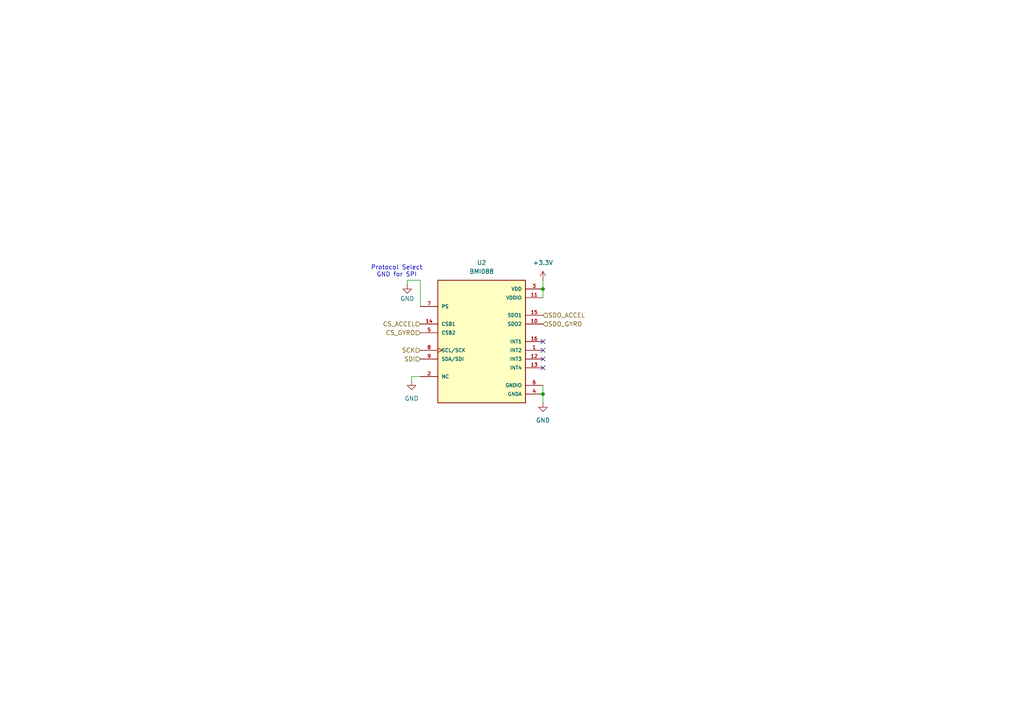
<source format=kicad_sch>
(kicad_sch (version 20250114) (generator "eeschema") (generator_version "9.0")
  (paper "A4")
  (lib_symbols
    (symbol "BMI088:BMI088" (pin_names (offset 1.016))
      (property "Reference" "U" (at -12.7 18.415 0))
      (property "Value" "BMI088" (at -12.7 -20.32 0))
      (symbol "BMI088_0_0"
        (rectangle (start -12.7 -17.78) (end 12.7 17.78) (stroke (width 0.254)) (fill (type background)))
        (pin input line (at -17.78 10.16 0) (length 5.08) (name "PS") (number "7"))
        (pin input line (at -17.78 5.08 0) (length 5.08) (name "CSB1") (number "14"))
        (pin input line (at -17.78 2.54 0) (length 5.08) (name "CSB2") (number "5"))
        (pin input clock (at -17.78 -2.54 0) (length 5.08) (name "SCL/SCK") (number "8"))
        (pin bidirectional line (at -17.78 -5.08 0) (length 5.08) (name "SDA/SDI") (number "9"))
        (pin passive line (at -17.78 -10.16 0) (length 5.08) (name "NC") (number "2"))
        (pin power_in line (at 17.78 15.24 180) (length 5.08) (name "VDD") (number "3"))
        (pin power_in line (at 17.78 12.7 180) (length 5.08) (name "VDDIO") (number "11"))
        (pin output line (at 17.78 7.62 180) (length 5.08) (name "SDO1") (number "15"))
        (pin output line (at 17.78 5.08 180) (length 5.08) (name "SDO2") (number "10"))
        (pin bidirectional line (at 17.78 0 180) (length 5.08) (name "INT1") (number "16"))
        (pin bidirectional line (at 17.78 -2.54 180) (length 5.08) (name "INT2") (number "1"))
        (pin bidirectional line (at 17.78 -5.08 180) (length 5.08) (name "INT3") (number "12"))
        (pin bidirectional line (at 17.78 -7.62 180) (length 5.08) (name "INT4") (number "13"))
        (pin power_in line (at 17.78 -12.7 180) (length 5.08) (name "GNDIO") (number "6"))
        (pin power_in line (at 17.78 -15.24 180) (length 5.08) (name "GNDA") (number "4"))
      )
    )
    (symbol "power:+3.3V" (power) (pin_numbers (hide yes)) (pin_names (offset 0) (hide yes))
      (property "Value" "+3.3V" (at 0 3.556 0))
      (symbol "+3.3V_0_1"
        (polyline (pts (xy -0.762 1.27) (xy 0 2.54)))
        (polyline (pts (xy 0 2.54) (xy 0.762 1.27)))
        (polyline (pts (xy 0 0) (xy 0 2.54)))
      )
      (symbol "+3.3V_1_1"
        (pin power_in line (at 0 0 90) (length 0) (name "~") (number "1"))
      )
    )
    (symbol "power:GND" (power) (pin_numbers (hide yes)) (pin_names (offset 0) (hide yes))
      (property "Value" "GND" (at 0 -3.81 0))
      (symbol "GND_0_1"
        (polyline (pts (xy 0 0) (xy 0 -1.27) (xy 1.27 -1.27) (xy 0 -2.54) (xy -1.27 -1.27) (xy 0 -1.27)))
      )
      (symbol "GND_1_1"
        (pin power_in line (at 0 0 270) (length 0) (name "~") (number "1"))
      )
    )
  )
  (text "Protocol Select\nGND for SPI" (at 115.062 78.74 0) (effects (font (size 1.27 1.27))))
  (junction (at 157.48 83.82))
  (junction (at 157.48 114.3))
  (no_connect (at 157.48 104.14))
  (no_connect (at 157.48 99.06))
  (no_connect (at 157.48 106.68))
  (no_connect (at 157.48 101.6))
  (wire (pts (xy 118.11 81.28) (xy 121.92 81.28)))
  (wire (pts (xy 118.11 81.28) (xy 118.11 82.55)))
  (wire (pts (xy 119.38 110.49) (xy 119.38 109.22)))
  (wire (pts (xy 121.92 81.28) (xy 121.92 88.9)))
  (wire (pts (xy 157.48 83.82) (xy 157.48 86.36)))
  (wire (pts (xy 119.38 109.22) (xy 121.92 109.22)))
  (wire (pts (xy 157.48 111.76) (xy 157.48 114.3)))
  (wire (pts (xy 157.48 81.28) (xy 157.48 83.82)))
  (wire (pts (xy 157.48 114.3) (xy 157.48 116.84)))
  (hierarchical_label "SDI" (shape input) (at 121.92 104.14 180))
  (hierarchical_label "SDO_ACCEL" (shape input) (at 157.48 91.44 0))
  (hierarchical_label "CS_ACCEL" (shape input) (at 121.92 93.98 180))
  (hierarchical_label "SDO_GYRO" (shape input) (at 157.48 93.98 0))
  (hierarchical_label "CS_GYRO" (shape input) (at 121.92 96.52 180))
  (hierarchical_label "SCK" (shape input) (at 121.92 101.6 180))
  (symbol (lib_id "BMI088:BMI088") (at 139.7 99.06 0) (unit 1)
    (property "Reference" "U2" (at 139.7 76.2 0))
    (property "Value" "BMI088" (at 139.7 78.74 0))
    (property "Footprint" "footprint:PQFN50P450X300X100-16N" (effects (hide yes)))
    (property "DigiKey_Part_Number" "828-1082-1-ND" (effects (hide yes)))
    (property "MF" "Bosch Sensortec" (effects (hide yes)))
    (property "PURCHASE-URL" "https://pricing.snapeda.com/search/part/BMI088/?ref=eda" (effects (hide yes)))
    (property "PACKAGE" "VFLGA-16 Bosch Sensortec" (effects (hide yes)))
    (property "PRICE" "None" (effects (hide yes)))
    (property "Package" "VFLGA-16 Bosch Sensortec" (effects (hide yes)))
    (property "Check_prices" "https://www.snapeda.com/parts/BMI088/Bosch/view-part/?ref=eda" (effects (hide yes)))
    (property "SnapEDA_Link" "https://www.snapeda.com/parts/BMI088/Bosch/view-part/?ref=snap" (effects (hide yes)))
    (property "MP" "BMI088" (effects (hide yes)))
    (property "Description_1" "\n                        \n                            Accelerometer, Gyroscope, 6 Axis Sensor I2C, SPI Output\n                        \n" (effects (hide yes)))
    (property "AVAILABILITY" "In Stock" (effects (hide yes)))
    (property "DESCRIPTION" "Accelerometer, Gyroscope, 6 Axis Sensor I²C, SPI Output" (effects (hide yes)))
  )
  (symbol (lib_id "power:+3.3V") (at 157.48 81.28 0) (unit 1)
    (property "Reference" "#PWR03" (effects (hide yes)))
    (property "Value" "+3.3V" (at 157.48 76.2 0))
    (property "Description" "Power symbol creates a global label with name \"+3.3V\"" (effects (hide yes)))
  )
  (symbol (lib_id "power:GND") (at 118.11 82.55 0) (unit 1)
    (property "Reference" "#PWR05" (effects (hide yes)))
    (property "Value" "GND" (at 118.11 86.614 0))
    (property "Description" "Power symbol creates a global label with name \"GND\" , ground" (effects (hide yes)))
  )
  (symbol (lib_id "power:GND") (at 119.38 110.49 0) (unit 1)
    (property "Reference" "#PWR06" (effects (hide yes)))
    (property "Value" "GND" (at 119.38 115.57 0))
    (property "Description" "Power symbol creates a global label with name \"GND\" , ground" (effects (hide yes)))
  )
  (symbol (lib_id "power:GND") (at 157.48 116.84 0) (unit 1)
    (property "Reference" "#PWR04" (effects (hide yes)))
    (property "Value" "GND" (at 157.48 121.92 0))
    (property "Description" "Power symbol creates a global label with name \"GND\" , ground" (effects (hide yes)))
  )
)
</source>
